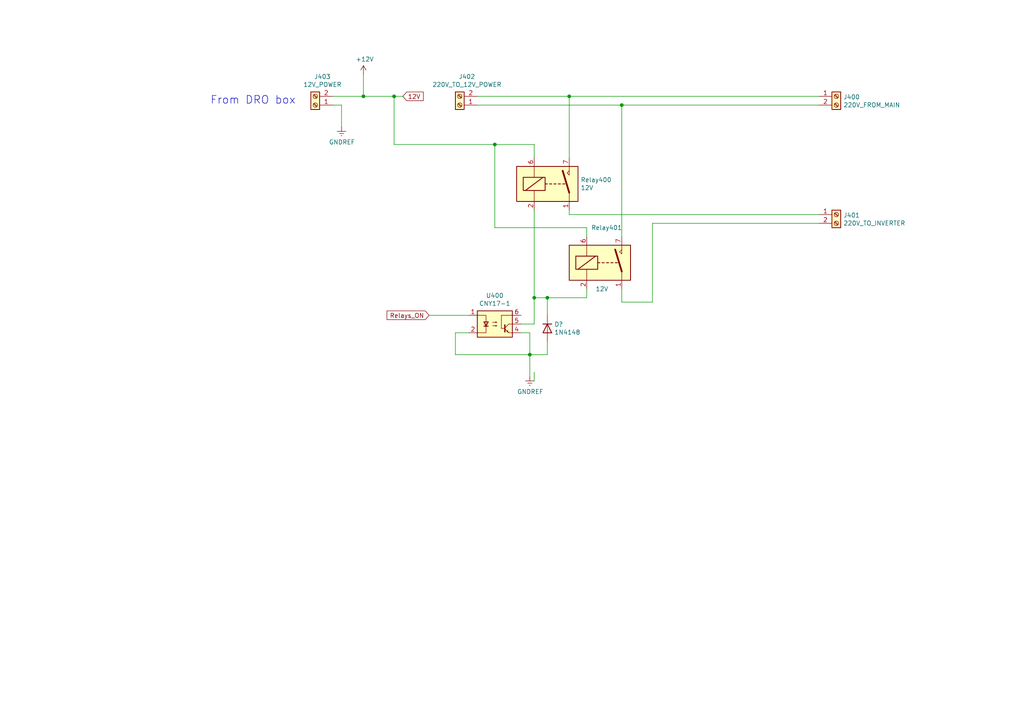
<source format=kicad_sch>
(kicad_sch (version 20211123) (generator eeschema)
  (paper "A4")
  (title_block (title "External Power Board") (date "2021-10-03") (rev "PWRBRD2.0"))
  (lib_symbols
    (symbol "Connector:Screw_Terminal_01x02" (pin_names (offset 1.016) hide)
      (property "Reference" "J" (at 0 2.54 0))
      (property "Value" "Screw_Terminal_01x02" (at 0 -5.08 0))
      (symbol "Screw_Terminal_01x02_1_1"
        (rectangle (start -1.27 1.27) (end 1.27 -3.81) (stroke (width 0.254)) (fill (type background)))
        (circle (center 0 -2.54) (radius 0.635) (stroke (width 0.1524)))
        (polyline (pts (xy -0.5334 -2.2098) (xy 0.3302 -3.048)) (stroke (width 0.1524)))
        (polyline (pts (xy -0.5334 0.3302) (xy 0.3302 -0.508)) (stroke (width 0.1524)))
        (polyline (pts (xy -0.3556 -2.032) (xy 0.508 -2.8702)) (stroke (width 0.1524)))
        (polyline (pts (xy -0.3556 0.508) (xy 0.508 -0.3302)) (stroke (width 0.1524)))
        (circle (center 0 0) (radius 0.635) (stroke (width 0.1524)))
        (pin passive line (at -5.08 0 0) (length 3.81) (name "Pin_1") (number "1"))
        (pin passive line (at -5.08 -2.54 0) (length 3.81) (name "Pin_2") (number "2"))
      )
    )
    (symbol "Diode:1N4148" (pin_numbers hide) (pin_names (offset 1.016) hide)
      (property "Reference" "D" (at 0 2.54 0))
      (property "Value" "1N4148" (at 0 -2.54 0))
      (symbol "1N4148_0_1"
        (polyline (pts (xy -1.27 1.27) (xy -1.27 -1.27)) (stroke (width 0.254)))
        (polyline (pts (xy 1.27 0) (xy -1.27 0)))
        (polyline (pts (xy 1.27 1.27) (xy 1.27 -1.27) (xy -1.27 0) (xy 1.27 1.27)) (stroke (width 0.254)))
      )
      (symbol "1N4148_1_1"
        (pin passive line (at -3.81 0 0) (length 2.54) (name "K") (number "1"))
        (pin passive line (at 3.81 0 180) (length 2.54) (name "A") (number "2"))
      )
    )
    (symbol "Isolator:CNY17-1" (pin_names (offset 1.016))
      (property "Reference" "U" (at -5.08 5.08 0))
      (property "Value" "CNY17-1" (at 0 5.08 0))
      (symbol "CNY17-1_0_1"
        (rectangle (start -5.08 3.81) (end 5.08 -3.81) (stroke (width 0.254)) (fill (type background)))
        (polyline (pts (xy -3.175 -0.635) (xy -1.905 -0.635)) (stroke (width 0.254)))
        (polyline (pts (xy 2.921 -1.397) (xy 4.064 -2.54)))
        (polyline (pts (xy 2.921 -1.27) (xy 1.905 -1.27)))
        (polyline (pts (xy 2.921 -1.143) (xy 4.064 0)))
        (polyline (pts (xy 4.064 -2.54) (xy 5.08 -2.54)))
        (polyline (pts (xy 5.08 0) (xy 4.064 0)))
        (polyline (pts (xy -5.08 2.54) (xy -2.54 2.54) (xy -2.54 -0.762)))
        (polyline (pts (xy -2.54 -0.635) (xy -2.54 -2.54) (xy -5.08 -2.54)))
        (polyline (pts (xy 1.905 -1.27) (xy 1.905 2.54) (xy 5.08 2.54)))
        (polyline (pts (xy 2.921 -0.254) (xy 2.921 -2.286) (xy 2.921 -2.286)) (stroke (width 0.3556)))
        (polyline (pts (xy -2.54 -0.635) (xy -3.175 0.635) (xy -1.905 0.635) (xy -2.54 -0.635)) (stroke (width 0.254)))
        (polyline (pts (xy 3.937 -2.413) (xy 3.683 -1.905) (xy 3.429 -2.159) (xy 3.937 -2.413)))
        (polyline (pts (xy -0.635 -0.508) (xy 0.635 -0.508) (xy 0.254 -0.635) (xy 0.254 -0.381) (xy 0.635 -0.508)))
        (polyline (pts (xy -0.635 0.508) (xy 0.635 0.508) (xy 0.254 0.381) (xy 0.254 0.635) (xy 0.635 0.508)))
      )
      (symbol "CNY17-1_1_1"
        (pin passive line (at -7.62 2.54 0) (length 2.54) (name "~") (number "1"))
        (pin passive line (at -7.62 -2.54 0) (length 2.54) (name "~") (number "2"))
        (pin no_connect line (at -5.08 0 0) (length 2.54) hide (name "NC") (number "3"))
        (pin passive line (at 7.62 -2.54 180) (length 2.54) (name "~") (number "4"))
        (pin passive line (at 7.62 0 180) (length 2.54) (name "~") (number "5"))
        (pin passive line (at 7.62 2.54 180) (length 2.54) (name "~") (number "6"))
      )
    )
    (symbol "Relay:DIPxx-1Axx-11x"
      (property "Reference" "K" (at 8.89 3.81 0))
      (property "Value" "DIPxx-1Axx-11x" (at 8.89 1.27 0))
      (symbol "DIPxx-1Axx-11x_0_0"
        (polyline (pts (xy 5.08 5.08) (xy 5.08 2.54) (xy 4.445 3.175) (xy 5.08 3.81)))
      )
      (symbol "DIPxx-1Axx-11x_0_1"
        (rectangle (start -10.16 5.08) (end 7.62 -5.08) (stroke (width 0.254)) (fill (type background)))
        (rectangle (start -8.255 1.905) (end -1.905 -1.905) (stroke (width 0.254)))
        (polyline (pts (xy -7.62 -1.905) (xy -2.54 1.905)) (stroke (width 0.254)))
        (polyline (pts (xy -5.08 -5.08) (xy -5.08 -1.905)))
        (polyline (pts (xy -5.08 5.08) (xy -5.08 1.905)))
        (polyline (pts (xy -1.905 0) (xy -1.27 0)) (stroke (width 0.254)))
        (polyline (pts (xy -0.635 0) (xy 0 0)) (stroke (width 0.254)))
        (polyline (pts (xy 0.635 0) (xy 1.27 0)) (stroke (width 0.254)))
        (polyline (pts (xy 1.905 0) (xy 2.54 0)) (stroke (width 0.254)))
        (polyline (pts (xy 3.175 0) (xy 3.81 0)) (stroke (width 0.254)))
        (polyline (pts (xy 5.08 -2.54) (xy 3.175 3.81)) (stroke (width 0.508)))
        (polyline (pts (xy 5.08 -2.54) (xy 5.08 -5.08)))
      )
      (symbol "DIPxx-1Axx-11x_1_1"
        (pin passive line (at 5.08 -7.62 90) (length 2.54) (name "~") (number "1"))
        (pin passive line (at 5.08 -7.62 90) (length 2.54) hide (name "~") (number "14"))
        (pin passive line (at -5.08 -7.62 90) (length 2.54) (name "~") (number "2"))
        (pin passive line (at -5.08 7.62 270) (length 2.54) (name "~") (number "6"))
        (pin passive line (at 5.08 7.62 270) (length 2.54) (name "~") (number "7"))
        (pin passive line (at 5.08 7.62 270) (length 2.54) hide (name "~") (number "8"))
      )
    )
    (symbol "power:+12V" (power) (pin_names (offset 0))
      (property "Value" "+12V" (at 0 3.556 0))
      (symbol "+12V_0_1"
        (polyline (pts (xy -0.762 1.27) (xy 0 2.54)))
        (polyline (pts (xy 0 0) (xy 0 2.54)))
        (polyline (pts (xy 0 2.54) (xy 0.762 1.27)))
      )
      (symbol "+12V_1_1"
        (pin power_in line (at 0 0 90) (length 0) hide (name "+12V") (number "1"))
      )
    )
    (symbol "power:GNDREF" (power) (pin_names (offset 0))
      (property "Value" "GNDREF" (at 0 -3.81 0))
      (symbol "GNDREF_0_1"
        (polyline (pts (xy -0.635 -1.905) (xy 0.635 -1.905)))
        (polyline (pts (xy -0.127 -2.54) (xy 0.127 -2.54)))
        (polyline (pts (xy 0 -1.27) (xy 0 0)))
        (polyline (pts (xy 1.27 -1.27) (xy -1.27 -1.27)))
      )
      (symbol "GNDREF_1_1"
        (pin power_in line (at 0 0 270) (length 0) hide (name "GNDREF") (number "1"))
      )
    )
  )
  (junction (at 154.94 86.36))
  (junction (at 105.41 27.94))
  (junction (at 153.67 102.87))
  (junction (at 114.3 27.94))
  (junction (at 158.75 86.36))
  (junction (at 143.51 41.91))
  (junction (at 165.1 27.94))
  (junction (at 180.34 30.48))
  (wire (pts (xy 180.34 30.48) (xy 180.34 68.58)))
  (wire (pts (xy 132.08 96.52) (xy 132.08 102.87)))
  (wire (pts (xy 165.1 27.94) (xy 237.49 27.94)))
  (wire (pts (xy 165.1 60.96) (xy 165.1 62.23)))
  (wire (pts (xy 153.67 102.87) (xy 158.75 102.87)))
  (wire (pts (xy 153.67 96.52) (xy 153.67 102.87)))
  (wire (pts (xy 189.23 64.77) (xy 189.23 87.63)))
  (wire (pts (xy 96.52 30.48) (xy 99.06 30.48)))
  (wire (pts (xy 154.94 60.96) (xy 154.94 86.36)))
  (wire (pts (xy 154.94 93.98) (xy 154.94 86.36)))
  (wire (pts (xy 151.13 96.52) (xy 153.67 96.52)))
  (wire (pts (xy 165.1 45.72) (xy 165.1 27.94)))
  (wire (pts (xy 180.34 87.63) (xy 180.34 83.82)))
  (wire (pts (xy 170.18 66.04) (xy 170.18 68.58)))
  (wire (pts (xy 135.89 91.44) (xy 124.46 91.44)))
  (wire (pts (xy 158.75 91.44) (xy 158.75 86.36)))
  (wire (pts (xy 154.94 86.36) (xy 158.75 86.36)))
  (wire (pts (xy 116.84 27.94) (xy 114.3 27.94)))
  (wire (pts (xy 189.23 87.63) (xy 180.34 87.63)))
  (wire (pts (xy 105.41 27.94) (xy 114.3 27.94)))
  (wire (pts (xy 158.75 102.87) (xy 158.75 99.06)))
  (wire (pts (xy 154.94 110.49) (xy 154.94 107.95)))
  (wire (pts (xy 114.3 27.94) (xy 114.3 41.91)))
  (wire (pts (xy 154.94 41.91) (xy 154.94 45.72)))
  (wire (pts (xy 132.08 102.87) (xy 153.67 102.87)))
  (wire (pts (xy 143.51 41.91) (xy 154.94 41.91)))
  (wire (pts (xy 143.51 41.91) (xy 143.51 66.04)))
  (wire (pts (xy 189.23 64.77) (xy 237.49 64.77)))
  (wire (pts (xy 165.1 27.94) (xy 138.43 27.94)))
  (wire (pts (xy 135.89 96.52) (xy 132.08 96.52)))
  (wire (pts (xy 143.51 66.04) (xy 170.18 66.04)))
  (wire (pts (xy 158.75 86.36) (xy 170.18 86.36)))
  (wire (pts (xy 114.3 41.91) (xy 143.51 41.91)))
  (wire (pts (xy 138.43 30.48) (xy 180.34 30.48)))
  (wire (pts (xy 99.06 30.48) (xy 99.06 36.83)))
  (wire (pts (xy 105.41 21.59) (xy 105.41 27.94)))
  (wire (pts (xy 96.52 27.94) (xy 105.41 27.94)))
  (wire (pts (xy 165.1 62.23) (xy 237.49 62.23)))
  (wire (pts (xy 170.18 86.36) (xy 170.18 83.82)))
  (wire (pts (xy 153.67 102.87) (xy 153.67 109.22)))
  (wire (pts (xy 180.34 30.48) (xy 237.49 30.48)))
  (wire (pts (xy 151.13 93.98) (xy 154.94 93.98)))
  (text "From DRO box" (at 60.96 30.48 0) (effects (font (size 2.2606 2.2606)) (justify left bottom)))
  (global_label "12V" (shape input) (at 116.84 27.94 0) (property "Intersheet References" "${INTERSHEET_REFS}" (effects hide)))
  (global_label "Relays_ON" (shape input) (at 124.46 91.44 180) (property "Intersheet References" "${INTERSHEET_REFS}" (effects hide)))
  (symbol (lib_id "Relay:DIPxx-1Axx-11x") (at 160.02 53.34 0) (unit 1)
    (property "Reference" "Relay400" (at 168.402 52.1716 0) (effects (justify left)))
    (property "Value" "12V" (at 168.402 54.483 0) (effects (justify left)))
    (property "Footprint" "Relay_THT:Relay_StandexMeder_DIP_LowProfile" (effects hide))
    (property "Datasheet" "https://standexelectronics.com/wp-content/uploads/datasheet_reed_relay_DIP.pdf" (effects hide))
  )
  (symbol (lib_id "Relay:DIPxx-1Axx-11x") (at 175.26 76.2 0) (unit 1)
    (property "Reference" "Relay401" (at 171.45 66.04 0) (effects (justify left)))
    (property "Value" "12V" (at 172.72 83.82 0) (effects (justify left)))
    (property "Footprint" "Relay_THT:Relay_StandexMeder_DIP_LowProfile" (effects hide))
    (property "Datasheet" "https://standexelectronics.com/wp-content/uploads/datasheet_reed_relay_DIP.pdf" (effects hide))
  )
  (symbol (lib_id "Isolator:CNY17-1") (at 143.51 93.98 0) (unit 1)
    (property "Reference" "U400" (at 143.51 85.725 0))
    (property "Value" "CNY17-1" (at 143.51 88.0364 0))
    (property "Datasheet" "http://www.vishay.com/docs/83606/cny17.pdf" (effects hide))
  )
  (symbol (lib_id "power:GNDREF") (at 153.67 109.22 0) (unit 1)
    (property "Reference" "#PWR?" (effects hide))
    (property "Value" "GNDREF" (at 153.797 113.6142 0))
  )
  (symbol (lib_id "Connector:Screw_Terminal_01x02") (at 242.57 27.94 0) (unit 1)
    (property "Reference" "J400" (at 244.602 28.1432 0) (effects (justify left)))
    (property "Value" "220V_FROM_MAIN" (at 244.602 30.4546 0) (effects (justify left)))
  )
  (symbol (lib_id "Connector:Screw_Terminal_01x02") (at 242.57 62.23 0) (unit 1)
    (property "Reference" "J401" (at 244.602 62.4332 0) (effects (justify left)))
    (property "Value" "220V_TO_INVERTER" (at 244.602 64.7446 0) (effects (justify left)))
  )
  (symbol (lib_id "Connector:Screw_Terminal_01x02") (at 133.35 30.48 180) (unit 1)
    (property "Reference" "J402" (at 135.4328 22.225 0))
    (property "Value" "220V_TO_12V_POWER" (at 135.4328 24.5364 0))
  )
  (symbol (lib_id "Connector:Screw_Terminal_01x02") (at 91.44 30.48 180) (unit 1)
    (property "Reference" "J403" (at 93.5228 22.225 0))
    (property "Value" "12V_POWER" (at 93.5228 24.5364 0))
  )
  (symbol (lib_id "power:GNDREF") (at 99.06 36.83 0) (unit 1)
    (property "Reference" "#PWR?" (effects hide))
    (property "Value" "GNDREF" (at 99.187 41.2242 0))
  )
  (symbol (lib_id "power:+12V") (at 105.41 21.59 0) (unit 1)
    (property "Reference" "#PWR?" (effects hide))
    (property "Value" "+12V" (at 105.791 17.1958 0))
  )
  (symbol (lib_id "Diode:1N4148") (at 158.75 95.25 270) (unit 1)
    (property "Reference" "D?" (at 160.7566 94.0816 90) (effects (justify left)))
    (property "Value" "1N4148" (at 160.7566 96.393 90) (effects (justify left)))
    (property "Footprint" "Diode_THT:D_DO-35_SOD27_P7.62mm_Horizontal" (effects hide))
    (property "Datasheet" "https://assets.nexperia.com/documents/data-sheet/1N4148_1N4448.pdf" (effects hide))
  )
)
</source>
